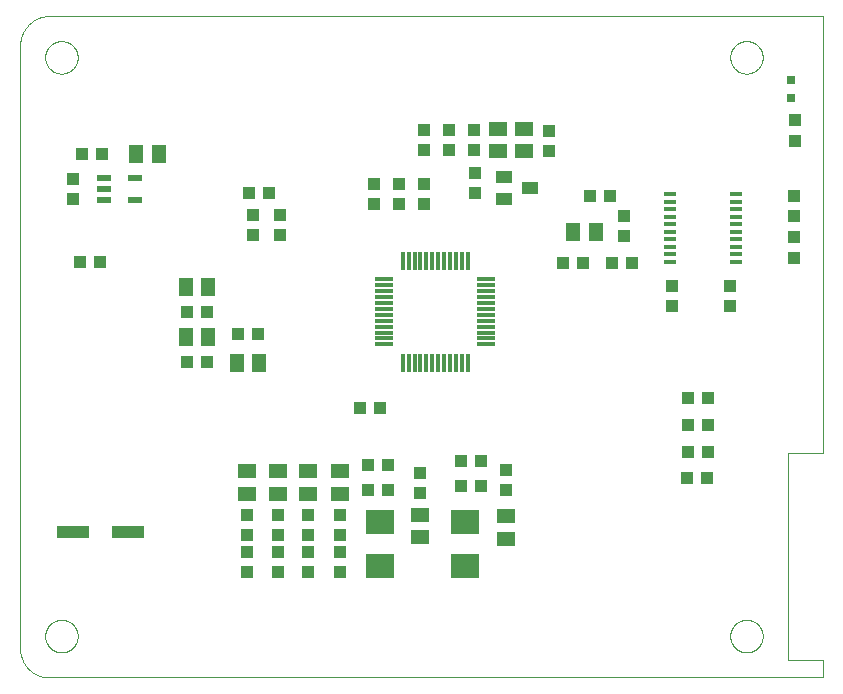
<source format=gtp>
G75*
%MOIN*%
%OFA0B0*%
%FSLAX25Y25*%
%IPPOS*%
%LPD*%
%AMOC8*
5,1,8,0,0,1.08239X$1,22.5*
%
%ADD10C,0.00000*%
%ADD11R,0.05118X0.05906*%
%ADD12R,0.04331X0.03937*%
%ADD13R,0.03937X0.04331*%
%ADD14R,0.05906X0.05118*%
%ADD15R,0.01181X0.06299*%
%ADD16R,0.06299X0.01181*%
%ADD17R,0.05906X0.01378*%
%ADD18R,0.03150X0.03150*%
%ADD19R,0.05512X0.03937*%
%ADD20R,0.05000X0.02200*%
%ADD21R,0.09449X0.07874*%
%ADD22R,0.11024X0.03937*%
%ADD23R,0.03900X0.01200*%
D10*
X0008586Y0012587D02*
X0008586Y0213768D01*
X0008589Y0214006D01*
X0008597Y0214244D01*
X0008612Y0214481D01*
X0008632Y0214718D01*
X0008658Y0214954D01*
X0008689Y0215190D01*
X0008726Y0215425D01*
X0008769Y0215659D01*
X0008818Y0215892D01*
X0008872Y0216124D01*
X0008932Y0216354D01*
X0008997Y0216583D01*
X0009068Y0216810D01*
X0009144Y0217035D01*
X0009226Y0217258D01*
X0009313Y0217480D01*
X0009405Y0217699D01*
X0009503Y0217916D01*
X0009605Y0218130D01*
X0009713Y0218342D01*
X0009827Y0218552D01*
X0009945Y0218758D01*
X0010068Y0218962D01*
X0010196Y0219162D01*
X0010328Y0219359D01*
X0010466Y0219554D01*
X0010608Y0219744D01*
X0010755Y0219932D01*
X0010906Y0220115D01*
X0011061Y0220295D01*
X0011221Y0220471D01*
X0011385Y0220643D01*
X0011554Y0220812D01*
X0011726Y0220976D01*
X0011902Y0221136D01*
X0012082Y0221291D01*
X0012265Y0221442D01*
X0012453Y0221589D01*
X0012643Y0221731D01*
X0012838Y0221869D01*
X0013035Y0222001D01*
X0013235Y0222129D01*
X0013439Y0222252D01*
X0013645Y0222370D01*
X0013855Y0222484D01*
X0014067Y0222592D01*
X0014281Y0222694D01*
X0014498Y0222792D01*
X0014717Y0222884D01*
X0014939Y0222971D01*
X0015162Y0223053D01*
X0015387Y0223129D01*
X0015614Y0223200D01*
X0015843Y0223265D01*
X0016073Y0223325D01*
X0016305Y0223379D01*
X0016538Y0223428D01*
X0016772Y0223471D01*
X0017007Y0223508D01*
X0017243Y0223539D01*
X0017479Y0223565D01*
X0017716Y0223585D01*
X0017953Y0223600D01*
X0018191Y0223608D01*
X0018429Y0223611D01*
X0276303Y0223611D01*
X0276303Y0077942D01*
X0264492Y0077942D01*
X0264492Y0009044D01*
X0276303Y0009044D01*
X0276303Y0003138D01*
X0018429Y0003138D01*
X0018192Y0003136D01*
X0017955Y0003140D01*
X0017719Y0003150D01*
X0017482Y0003165D01*
X0017247Y0003186D01*
X0017011Y0003214D01*
X0016777Y0003246D01*
X0016543Y0003285D01*
X0016311Y0003329D01*
X0016079Y0003379D01*
X0015849Y0003435D01*
X0015620Y0003496D01*
X0015393Y0003563D01*
X0015168Y0003636D01*
X0014944Y0003714D01*
X0014723Y0003797D01*
X0014503Y0003886D01*
X0014286Y0003980D01*
X0014071Y0004079D01*
X0013859Y0004184D01*
X0013649Y0004294D01*
X0013442Y0004409D01*
X0013238Y0004529D01*
X0013037Y0004654D01*
X0012839Y0004784D01*
X0012644Y0004919D01*
X0012453Y0005059D01*
X0012265Y0005203D01*
X0012081Y0005351D01*
X0011900Y0005505D01*
X0011723Y0005662D01*
X0011550Y0005824D01*
X0011382Y0005990D01*
X0011217Y0006160D01*
X0011057Y0006334D01*
X0010900Y0006512D01*
X0010749Y0006694D01*
X0010602Y0006880D01*
X0010459Y0007069D01*
X0010321Y0007261D01*
X0010188Y0007457D01*
X0010060Y0007656D01*
X0009936Y0007858D01*
X0009818Y0008063D01*
X0009704Y0008271D01*
X0009596Y0008482D01*
X0009493Y0008695D01*
X0009396Y0008911D01*
X0009303Y0009129D01*
X0009216Y0009349D01*
X0009135Y0009571D01*
X0009059Y0009796D01*
X0008988Y0010022D01*
X0008923Y0010249D01*
X0008864Y0010478D01*
X0008810Y0010709D01*
X0008762Y0010941D01*
X0008719Y0011174D01*
X0008683Y0011408D01*
X0008652Y0011643D01*
X0008627Y0011878D01*
X0008607Y0012114D01*
X0008594Y0012350D01*
X0008586Y0012587D01*
X0016953Y0016918D02*
X0016955Y0017065D01*
X0016961Y0017211D01*
X0016971Y0017357D01*
X0016985Y0017503D01*
X0017003Y0017649D01*
X0017024Y0017794D01*
X0017050Y0017938D01*
X0017080Y0018082D01*
X0017113Y0018224D01*
X0017150Y0018366D01*
X0017191Y0018507D01*
X0017236Y0018646D01*
X0017285Y0018785D01*
X0017337Y0018922D01*
X0017394Y0019057D01*
X0017453Y0019191D01*
X0017517Y0019323D01*
X0017584Y0019453D01*
X0017654Y0019582D01*
X0017728Y0019709D01*
X0017805Y0019833D01*
X0017886Y0019956D01*
X0017970Y0020076D01*
X0018057Y0020194D01*
X0018147Y0020309D01*
X0018240Y0020422D01*
X0018337Y0020533D01*
X0018436Y0020641D01*
X0018538Y0020746D01*
X0018643Y0020848D01*
X0018751Y0020947D01*
X0018862Y0021044D01*
X0018975Y0021137D01*
X0019090Y0021227D01*
X0019208Y0021314D01*
X0019328Y0021398D01*
X0019451Y0021479D01*
X0019575Y0021556D01*
X0019702Y0021630D01*
X0019831Y0021700D01*
X0019961Y0021767D01*
X0020093Y0021831D01*
X0020227Y0021890D01*
X0020362Y0021947D01*
X0020499Y0021999D01*
X0020638Y0022048D01*
X0020777Y0022093D01*
X0020918Y0022134D01*
X0021060Y0022171D01*
X0021202Y0022204D01*
X0021346Y0022234D01*
X0021490Y0022260D01*
X0021635Y0022281D01*
X0021781Y0022299D01*
X0021927Y0022313D01*
X0022073Y0022323D01*
X0022219Y0022329D01*
X0022366Y0022331D01*
X0022513Y0022329D01*
X0022659Y0022323D01*
X0022805Y0022313D01*
X0022951Y0022299D01*
X0023097Y0022281D01*
X0023242Y0022260D01*
X0023386Y0022234D01*
X0023530Y0022204D01*
X0023672Y0022171D01*
X0023814Y0022134D01*
X0023955Y0022093D01*
X0024094Y0022048D01*
X0024233Y0021999D01*
X0024370Y0021947D01*
X0024505Y0021890D01*
X0024639Y0021831D01*
X0024771Y0021767D01*
X0024901Y0021700D01*
X0025030Y0021630D01*
X0025157Y0021556D01*
X0025281Y0021479D01*
X0025404Y0021398D01*
X0025524Y0021314D01*
X0025642Y0021227D01*
X0025757Y0021137D01*
X0025870Y0021044D01*
X0025981Y0020947D01*
X0026089Y0020848D01*
X0026194Y0020746D01*
X0026296Y0020641D01*
X0026395Y0020533D01*
X0026492Y0020422D01*
X0026585Y0020309D01*
X0026675Y0020194D01*
X0026762Y0020076D01*
X0026846Y0019956D01*
X0026927Y0019833D01*
X0027004Y0019709D01*
X0027078Y0019582D01*
X0027148Y0019453D01*
X0027215Y0019323D01*
X0027279Y0019191D01*
X0027338Y0019057D01*
X0027395Y0018922D01*
X0027447Y0018785D01*
X0027496Y0018646D01*
X0027541Y0018507D01*
X0027582Y0018366D01*
X0027619Y0018224D01*
X0027652Y0018082D01*
X0027682Y0017938D01*
X0027708Y0017794D01*
X0027729Y0017649D01*
X0027747Y0017503D01*
X0027761Y0017357D01*
X0027771Y0017211D01*
X0027777Y0017065D01*
X0027779Y0016918D01*
X0027777Y0016771D01*
X0027771Y0016625D01*
X0027761Y0016479D01*
X0027747Y0016333D01*
X0027729Y0016187D01*
X0027708Y0016042D01*
X0027682Y0015898D01*
X0027652Y0015754D01*
X0027619Y0015612D01*
X0027582Y0015470D01*
X0027541Y0015329D01*
X0027496Y0015190D01*
X0027447Y0015051D01*
X0027395Y0014914D01*
X0027338Y0014779D01*
X0027279Y0014645D01*
X0027215Y0014513D01*
X0027148Y0014383D01*
X0027078Y0014254D01*
X0027004Y0014127D01*
X0026927Y0014003D01*
X0026846Y0013880D01*
X0026762Y0013760D01*
X0026675Y0013642D01*
X0026585Y0013527D01*
X0026492Y0013414D01*
X0026395Y0013303D01*
X0026296Y0013195D01*
X0026194Y0013090D01*
X0026089Y0012988D01*
X0025981Y0012889D01*
X0025870Y0012792D01*
X0025757Y0012699D01*
X0025642Y0012609D01*
X0025524Y0012522D01*
X0025404Y0012438D01*
X0025281Y0012357D01*
X0025157Y0012280D01*
X0025030Y0012206D01*
X0024901Y0012136D01*
X0024771Y0012069D01*
X0024639Y0012005D01*
X0024505Y0011946D01*
X0024370Y0011889D01*
X0024233Y0011837D01*
X0024094Y0011788D01*
X0023955Y0011743D01*
X0023814Y0011702D01*
X0023672Y0011665D01*
X0023530Y0011632D01*
X0023386Y0011602D01*
X0023242Y0011576D01*
X0023097Y0011555D01*
X0022951Y0011537D01*
X0022805Y0011523D01*
X0022659Y0011513D01*
X0022513Y0011507D01*
X0022366Y0011505D01*
X0022219Y0011507D01*
X0022073Y0011513D01*
X0021927Y0011523D01*
X0021781Y0011537D01*
X0021635Y0011555D01*
X0021490Y0011576D01*
X0021346Y0011602D01*
X0021202Y0011632D01*
X0021060Y0011665D01*
X0020918Y0011702D01*
X0020777Y0011743D01*
X0020638Y0011788D01*
X0020499Y0011837D01*
X0020362Y0011889D01*
X0020227Y0011946D01*
X0020093Y0012005D01*
X0019961Y0012069D01*
X0019831Y0012136D01*
X0019702Y0012206D01*
X0019575Y0012280D01*
X0019451Y0012357D01*
X0019328Y0012438D01*
X0019208Y0012522D01*
X0019090Y0012609D01*
X0018975Y0012699D01*
X0018862Y0012792D01*
X0018751Y0012889D01*
X0018643Y0012988D01*
X0018538Y0013090D01*
X0018436Y0013195D01*
X0018337Y0013303D01*
X0018240Y0013414D01*
X0018147Y0013527D01*
X0018057Y0013642D01*
X0017970Y0013760D01*
X0017886Y0013880D01*
X0017805Y0014003D01*
X0017728Y0014127D01*
X0017654Y0014254D01*
X0017584Y0014383D01*
X0017517Y0014513D01*
X0017453Y0014645D01*
X0017394Y0014779D01*
X0017337Y0014914D01*
X0017285Y0015051D01*
X0017236Y0015190D01*
X0017191Y0015329D01*
X0017150Y0015470D01*
X0017113Y0015612D01*
X0017080Y0015754D01*
X0017050Y0015898D01*
X0017024Y0016042D01*
X0017003Y0016187D01*
X0016985Y0016333D01*
X0016971Y0016479D01*
X0016961Y0016625D01*
X0016955Y0016771D01*
X0016953Y0016918D01*
X0245299Y0016918D02*
X0245301Y0017065D01*
X0245307Y0017211D01*
X0245317Y0017357D01*
X0245331Y0017503D01*
X0245349Y0017649D01*
X0245370Y0017794D01*
X0245396Y0017938D01*
X0245426Y0018082D01*
X0245459Y0018224D01*
X0245496Y0018366D01*
X0245537Y0018507D01*
X0245582Y0018646D01*
X0245631Y0018785D01*
X0245683Y0018922D01*
X0245740Y0019057D01*
X0245799Y0019191D01*
X0245863Y0019323D01*
X0245930Y0019453D01*
X0246000Y0019582D01*
X0246074Y0019709D01*
X0246151Y0019833D01*
X0246232Y0019956D01*
X0246316Y0020076D01*
X0246403Y0020194D01*
X0246493Y0020309D01*
X0246586Y0020422D01*
X0246683Y0020533D01*
X0246782Y0020641D01*
X0246884Y0020746D01*
X0246989Y0020848D01*
X0247097Y0020947D01*
X0247208Y0021044D01*
X0247321Y0021137D01*
X0247436Y0021227D01*
X0247554Y0021314D01*
X0247674Y0021398D01*
X0247797Y0021479D01*
X0247921Y0021556D01*
X0248048Y0021630D01*
X0248177Y0021700D01*
X0248307Y0021767D01*
X0248439Y0021831D01*
X0248573Y0021890D01*
X0248708Y0021947D01*
X0248845Y0021999D01*
X0248984Y0022048D01*
X0249123Y0022093D01*
X0249264Y0022134D01*
X0249406Y0022171D01*
X0249548Y0022204D01*
X0249692Y0022234D01*
X0249836Y0022260D01*
X0249981Y0022281D01*
X0250127Y0022299D01*
X0250273Y0022313D01*
X0250419Y0022323D01*
X0250565Y0022329D01*
X0250712Y0022331D01*
X0250859Y0022329D01*
X0251005Y0022323D01*
X0251151Y0022313D01*
X0251297Y0022299D01*
X0251443Y0022281D01*
X0251588Y0022260D01*
X0251732Y0022234D01*
X0251876Y0022204D01*
X0252018Y0022171D01*
X0252160Y0022134D01*
X0252301Y0022093D01*
X0252440Y0022048D01*
X0252579Y0021999D01*
X0252716Y0021947D01*
X0252851Y0021890D01*
X0252985Y0021831D01*
X0253117Y0021767D01*
X0253247Y0021700D01*
X0253376Y0021630D01*
X0253503Y0021556D01*
X0253627Y0021479D01*
X0253750Y0021398D01*
X0253870Y0021314D01*
X0253988Y0021227D01*
X0254103Y0021137D01*
X0254216Y0021044D01*
X0254327Y0020947D01*
X0254435Y0020848D01*
X0254540Y0020746D01*
X0254642Y0020641D01*
X0254741Y0020533D01*
X0254838Y0020422D01*
X0254931Y0020309D01*
X0255021Y0020194D01*
X0255108Y0020076D01*
X0255192Y0019956D01*
X0255273Y0019833D01*
X0255350Y0019709D01*
X0255424Y0019582D01*
X0255494Y0019453D01*
X0255561Y0019323D01*
X0255625Y0019191D01*
X0255684Y0019057D01*
X0255741Y0018922D01*
X0255793Y0018785D01*
X0255842Y0018646D01*
X0255887Y0018507D01*
X0255928Y0018366D01*
X0255965Y0018224D01*
X0255998Y0018082D01*
X0256028Y0017938D01*
X0256054Y0017794D01*
X0256075Y0017649D01*
X0256093Y0017503D01*
X0256107Y0017357D01*
X0256117Y0017211D01*
X0256123Y0017065D01*
X0256125Y0016918D01*
X0256123Y0016771D01*
X0256117Y0016625D01*
X0256107Y0016479D01*
X0256093Y0016333D01*
X0256075Y0016187D01*
X0256054Y0016042D01*
X0256028Y0015898D01*
X0255998Y0015754D01*
X0255965Y0015612D01*
X0255928Y0015470D01*
X0255887Y0015329D01*
X0255842Y0015190D01*
X0255793Y0015051D01*
X0255741Y0014914D01*
X0255684Y0014779D01*
X0255625Y0014645D01*
X0255561Y0014513D01*
X0255494Y0014383D01*
X0255424Y0014254D01*
X0255350Y0014127D01*
X0255273Y0014003D01*
X0255192Y0013880D01*
X0255108Y0013760D01*
X0255021Y0013642D01*
X0254931Y0013527D01*
X0254838Y0013414D01*
X0254741Y0013303D01*
X0254642Y0013195D01*
X0254540Y0013090D01*
X0254435Y0012988D01*
X0254327Y0012889D01*
X0254216Y0012792D01*
X0254103Y0012699D01*
X0253988Y0012609D01*
X0253870Y0012522D01*
X0253750Y0012438D01*
X0253627Y0012357D01*
X0253503Y0012280D01*
X0253376Y0012206D01*
X0253247Y0012136D01*
X0253117Y0012069D01*
X0252985Y0012005D01*
X0252851Y0011946D01*
X0252716Y0011889D01*
X0252579Y0011837D01*
X0252440Y0011788D01*
X0252301Y0011743D01*
X0252160Y0011702D01*
X0252018Y0011665D01*
X0251876Y0011632D01*
X0251732Y0011602D01*
X0251588Y0011576D01*
X0251443Y0011555D01*
X0251297Y0011537D01*
X0251151Y0011523D01*
X0251005Y0011513D01*
X0250859Y0011507D01*
X0250712Y0011505D01*
X0250565Y0011507D01*
X0250419Y0011513D01*
X0250273Y0011523D01*
X0250127Y0011537D01*
X0249981Y0011555D01*
X0249836Y0011576D01*
X0249692Y0011602D01*
X0249548Y0011632D01*
X0249406Y0011665D01*
X0249264Y0011702D01*
X0249123Y0011743D01*
X0248984Y0011788D01*
X0248845Y0011837D01*
X0248708Y0011889D01*
X0248573Y0011946D01*
X0248439Y0012005D01*
X0248307Y0012069D01*
X0248177Y0012136D01*
X0248048Y0012206D01*
X0247921Y0012280D01*
X0247797Y0012357D01*
X0247674Y0012438D01*
X0247554Y0012522D01*
X0247436Y0012609D01*
X0247321Y0012699D01*
X0247208Y0012792D01*
X0247097Y0012889D01*
X0246989Y0012988D01*
X0246884Y0013090D01*
X0246782Y0013195D01*
X0246683Y0013303D01*
X0246586Y0013414D01*
X0246493Y0013527D01*
X0246403Y0013642D01*
X0246316Y0013760D01*
X0246232Y0013880D01*
X0246151Y0014003D01*
X0246074Y0014127D01*
X0246000Y0014254D01*
X0245930Y0014383D01*
X0245863Y0014513D01*
X0245799Y0014645D01*
X0245740Y0014779D01*
X0245683Y0014914D01*
X0245631Y0015051D01*
X0245582Y0015190D01*
X0245537Y0015329D01*
X0245496Y0015470D01*
X0245459Y0015612D01*
X0245426Y0015754D01*
X0245396Y0015898D01*
X0245370Y0016042D01*
X0245349Y0016187D01*
X0245331Y0016333D01*
X0245317Y0016479D01*
X0245307Y0016625D01*
X0245301Y0016771D01*
X0245299Y0016918D01*
X0245299Y0209831D02*
X0245301Y0209978D01*
X0245307Y0210124D01*
X0245317Y0210270D01*
X0245331Y0210416D01*
X0245349Y0210562D01*
X0245370Y0210707D01*
X0245396Y0210851D01*
X0245426Y0210995D01*
X0245459Y0211137D01*
X0245496Y0211279D01*
X0245537Y0211420D01*
X0245582Y0211559D01*
X0245631Y0211698D01*
X0245683Y0211835D01*
X0245740Y0211970D01*
X0245799Y0212104D01*
X0245863Y0212236D01*
X0245930Y0212366D01*
X0246000Y0212495D01*
X0246074Y0212622D01*
X0246151Y0212746D01*
X0246232Y0212869D01*
X0246316Y0212989D01*
X0246403Y0213107D01*
X0246493Y0213222D01*
X0246586Y0213335D01*
X0246683Y0213446D01*
X0246782Y0213554D01*
X0246884Y0213659D01*
X0246989Y0213761D01*
X0247097Y0213860D01*
X0247208Y0213957D01*
X0247321Y0214050D01*
X0247436Y0214140D01*
X0247554Y0214227D01*
X0247674Y0214311D01*
X0247797Y0214392D01*
X0247921Y0214469D01*
X0248048Y0214543D01*
X0248177Y0214613D01*
X0248307Y0214680D01*
X0248439Y0214744D01*
X0248573Y0214803D01*
X0248708Y0214860D01*
X0248845Y0214912D01*
X0248984Y0214961D01*
X0249123Y0215006D01*
X0249264Y0215047D01*
X0249406Y0215084D01*
X0249548Y0215117D01*
X0249692Y0215147D01*
X0249836Y0215173D01*
X0249981Y0215194D01*
X0250127Y0215212D01*
X0250273Y0215226D01*
X0250419Y0215236D01*
X0250565Y0215242D01*
X0250712Y0215244D01*
X0250859Y0215242D01*
X0251005Y0215236D01*
X0251151Y0215226D01*
X0251297Y0215212D01*
X0251443Y0215194D01*
X0251588Y0215173D01*
X0251732Y0215147D01*
X0251876Y0215117D01*
X0252018Y0215084D01*
X0252160Y0215047D01*
X0252301Y0215006D01*
X0252440Y0214961D01*
X0252579Y0214912D01*
X0252716Y0214860D01*
X0252851Y0214803D01*
X0252985Y0214744D01*
X0253117Y0214680D01*
X0253247Y0214613D01*
X0253376Y0214543D01*
X0253503Y0214469D01*
X0253627Y0214392D01*
X0253750Y0214311D01*
X0253870Y0214227D01*
X0253988Y0214140D01*
X0254103Y0214050D01*
X0254216Y0213957D01*
X0254327Y0213860D01*
X0254435Y0213761D01*
X0254540Y0213659D01*
X0254642Y0213554D01*
X0254741Y0213446D01*
X0254838Y0213335D01*
X0254931Y0213222D01*
X0255021Y0213107D01*
X0255108Y0212989D01*
X0255192Y0212869D01*
X0255273Y0212746D01*
X0255350Y0212622D01*
X0255424Y0212495D01*
X0255494Y0212366D01*
X0255561Y0212236D01*
X0255625Y0212104D01*
X0255684Y0211970D01*
X0255741Y0211835D01*
X0255793Y0211698D01*
X0255842Y0211559D01*
X0255887Y0211420D01*
X0255928Y0211279D01*
X0255965Y0211137D01*
X0255998Y0210995D01*
X0256028Y0210851D01*
X0256054Y0210707D01*
X0256075Y0210562D01*
X0256093Y0210416D01*
X0256107Y0210270D01*
X0256117Y0210124D01*
X0256123Y0209978D01*
X0256125Y0209831D01*
X0256123Y0209684D01*
X0256117Y0209538D01*
X0256107Y0209392D01*
X0256093Y0209246D01*
X0256075Y0209100D01*
X0256054Y0208955D01*
X0256028Y0208811D01*
X0255998Y0208667D01*
X0255965Y0208525D01*
X0255928Y0208383D01*
X0255887Y0208242D01*
X0255842Y0208103D01*
X0255793Y0207964D01*
X0255741Y0207827D01*
X0255684Y0207692D01*
X0255625Y0207558D01*
X0255561Y0207426D01*
X0255494Y0207296D01*
X0255424Y0207167D01*
X0255350Y0207040D01*
X0255273Y0206916D01*
X0255192Y0206793D01*
X0255108Y0206673D01*
X0255021Y0206555D01*
X0254931Y0206440D01*
X0254838Y0206327D01*
X0254741Y0206216D01*
X0254642Y0206108D01*
X0254540Y0206003D01*
X0254435Y0205901D01*
X0254327Y0205802D01*
X0254216Y0205705D01*
X0254103Y0205612D01*
X0253988Y0205522D01*
X0253870Y0205435D01*
X0253750Y0205351D01*
X0253627Y0205270D01*
X0253503Y0205193D01*
X0253376Y0205119D01*
X0253247Y0205049D01*
X0253117Y0204982D01*
X0252985Y0204918D01*
X0252851Y0204859D01*
X0252716Y0204802D01*
X0252579Y0204750D01*
X0252440Y0204701D01*
X0252301Y0204656D01*
X0252160Y0204615D01*
X0252018Y0204578D01*
X0251876Y0204545D01*
X0251732Y0204515D01*
X0251588Y0204489D01*
X0251443Y0204468D01*
X0251297Y0204450D01*
X0251151Y0204436D01*
X0251005Y0204426D01*
X0250859Y0204420D01*
X0250712Y0204418D01*
X0250565Y0204420D01*
X0250419Y0204426D01*
X0250273Y0204436D01*
X0250127Y0204450D01*
X0249981Y0204468D01*
X0249836Y0204489D01*
X0249692Y0204515D01*
X0249548Y0204545D01*
X0249406Y0204578D01*
X0249264Y0204615D01*
X0249123Y0204656D01*
X0248984Y0204701D01*
X0248845Y0204750D01*
X0248708Y0204802D01*
X0248573Y0204859D01*
X0248439Y0204918D01*
X0248307Y0204982D01*
X0248177Y0205049D01*
X0248048Y0205119D01*
X0247921Y0205193D01*
X0247797Y0205270D01*
X0247674Y0205351D01*
X0247554Y0205435D01*
X0247436Y0205522D01*
X0247321Y0205612D01*
X0247208Y0205705D01*
X0247097Y0205802D01*
X0246989Y0205901D01*
X0246884Y0206003D01*
X0246782Y0206108D01*
X0246683Y0206216D01*
X0246586Y0206327D01*
X0246493Y0206440D01*
X0246403Y0206555D01*
X0246316Y0206673D01*
X0246232Y0206793D01*
X0246151Y0206916D01*
X0246074Y0207040D01*
X0246000Y0207167D01*
X0245930Y0207296D01*
X0245863Y0207426D01*
X0245799Y0207558D01*
X0245740Y0207692D01*
X0245683Y0207827D01*
X0245631Y0207964D01*
X0245582Y0208103D01*
X0245537Y0208242D01*
X0245496Y0208383D01*
X0245459Y0208525D01*
X0245426Y0208667D01*
X0245396Y0208811D01*
X0245370Y0208955D01*
X0245349Y0209100D01*
X0245331Y0209246D01*
X0245317Y0209392D01*
X0245307Y0209538D01*
X0245301Y0209684D01*
X0245299Y0209831D01*
X0016953Y0209831D02*
X0016955Y0209978D01*
X0016961Y0210124D01*
X0016971Y0210270D01*
X0016985Y0210416D01*
X0017003Y0210562D01*
X0017024Y0210707D01*
X0017050Y0210851D01*
X0017080Y0210995D01*
X0017113Y0211137D01*
X0017150Y0211279D01*
X0017191Y0211420D01*
X0017236Y0211559D01*
X0017285Y0211698D01*
X0017337Y0211835D01*
X0017394Y0211970D01*
X0017453Y0212104D01*
X0017517Y0212236D01*
X0017584Y0212366D01*
X0017654Y0212495D01*
X0017728Y0212622D01*
X0017805Y0212746D01*
X0017886Y0212869D01*
X0017970Y0212989D01*
X0018057Y0213107D01*
X0018147Y0213222D01*
X0018240Y0213335D01*
X0018337Y0213446D01*
X0018436Y0213554D01*
X0018538Y0213659D01*
X0018643Y0213761D01*
X0018751Y0213860D01*
X0018862Y0213957D01*
X0018975Y0214050D01*
X0019090Y0214140D01*
X0019208Y0214227D01*
X0019328Y0214311D01*
X0019451Y0214392D01*
X0019575Y0214469D01*
X0019702Y0214543D01*
X0019831Y0214613D01*
X0019961Y0214680D01*
X0020093Y0214744D01*
X0020227Y0214803D01*
X0020362Y0214860D01*
X0020499Y0214912D01*
X0020638Y0214961D01*
X0020777Y0215006D01*
X0020918Y0215047D01*
X0021060Y0215084D01*
X0021202Y0215117D01*
X0021346Y0215147D01*
X0021490Y0215173D01*
X0021635Y0215194D01*
X0021781Y0215212D01*
X0021927Y0215226D01*
X0022073Y0215236D01*
X0022219Y0215242D01*
X0022366Y0215244D01*
X0022513Y0215242D01*
X0022659Y0215236D01*
X0022805Y0215226D01*
X0022951Y0215212D01*
X0023097Y0215194D01*
X0023242Y0215173D01*
X0023386Y0215147D01*
X0023530Y0215117D01*
X0023672Y0215084D01*
X0023814Y0215047D01*
X0023955Y0215006D01*
X0024094Y0214961D01*
X0024233Y0214912D01*
X0024370Y0214860D01*
X0024505Y0214803D01*
X0024639Y0214744D01*
X0024771Y0214680D01*
X0024901Y0214613D01*
X0025030Y0214543D01*
X0025157Y0214469D01*
X0025281Y0214392D01*
X0025404Y0214311D01*
X0025524Y0214227D01*
X0025642Y0214140D01*
X0025757Y0214050D01*
X0025870Y0213957D01*
X0025981Y0213860D01*
X0026089Y0213761D01*
X0026194Y0213659D01*
X0026296Y0213554D01*
X0026395Y0213446D01*
X0026492Y0213335D01*
X0026585Y0213222D01*
X0026675Y0213107D01*
X0026762Y0212989D01*
X0026846Y0212869D01*
X0026927Y0212746D01*
X0027004Y0212622D01*
X0027078Y0212495D01*
X0027148Y0212366D01*
X0027215Y0212236D01*
X0027279Y0212104D01*
X0027338Y0211970D01*
X0027395Y0211835D01*
X0027447Y0211698D01*
X0027496Y0211559D01*
X0027541Y0211420D01*
X0027582Y0211279D01*
X0027619Y0211137D01*
X0027652Y0210995D01*
X0027682Y0210851D01*
X0027708Y0210707D01*
X0027729Y0210562D01*
X0027747Y0210416D01*
X0027761Y0210270D01*
X0027771Y0210124D01*
X0027777Y0209978D01*
X0027779Y0209831D01*
X0027777Y0209684D01*
X0027771Y0209538D01*
X0027761Y0209392D01*
X0027747Y0209246D01*
X0027729Y0209100D01*
X0027708Y0208955D01*
X0027682Y0208811D01*
X0027652Y0208667D01*
X0027619Y0208525D01*
X0027582Y0208383D01*
X0027541Y0208242D01*
X0027496Y0208103D01*
X0027447Y0207964D01*
X0027395Y0207827D01*
X0027338Y0207692D01*
X0027279Y0207558D01*
X0027215Y0207426D01*
X0027148Y0207296D01*
X0027078Y0207167D01*
X0027004Y0207040D01*
X0026927Y0206916D01*
X0026846Y0206793D01*
X0026762Y0206673D01*
X0026675Y0206555D01*
X0026585Y0206440D01*
X0026492Y0206327D01*
X0026395Y0206216D01*
X0026296Y0206108D01*
X0026194Y0206003D01*
X0026089Y0205901D01*
X0025981Y0205802D01*
X0025870Y0205705D01*
X0025757Y0205612D01*
X0025642Y0205522D01*
X0025524Y0205435D01*
X0025404Y0205351D01*
X0025281Y0205270D01*
X0025157Y0205193D01*
X0025030Y0205119D01*
X0024901Y0205049D01*
X0024771Y0204982D01*
X0024639Y0204918D01*
X0024505Y0204859D01*
X0024370Y0204802D01*
X0024233Y0204750D01*
X0024094Y0204701D01*
X0023955Y0204656D01*
X0023814Y0204615D01*
X0023672Y0204578D01*
X0023530Y0204545D01*
X0023386Y0204515D01*
X0023242Y0204489D01*
X0023097Y0204468D01*
X0022951Y0204450D01*
X0022805Y0204436D01*
X0022659Y0204426D01*
X0022513Y0204420D01*
X0022366Y0204418D01*
X0022219Y0204420D01*
X0022073Y0204426D01*
X0021927Y0204436D01*
X0021781Y0204450D01*
X0021635Y0204468D01*
X0021490Y0204489D01*
X0021346Y0204515D01*
X0021202Y0204545D01*
X0021060Y0204578D01*
X0020918Y0204615D01*
X0020777Y0204656D01*
X0020638Y0204701D01*
X0020499Y0204750D01*
X0020362Y0204802D01*
X0020227Y0204859D01*
X0020093Y0204918D01*
X0019961Y0204982D01*
X0019831Y0205049D01*
X0019702Y0205119D01*
X0019575Y0205193D01*
X0019451Y0205270D01*
X0019328Y0205351D01*
X0019208Y0205435D01*
X0019090Y0205522D01*
X0018975Y0205612D01*
X0018862Y0205705D01*
X0018751Y0205802D01*
X0018643Y0205901D01*
X0018538Y0206003D01*
X0018436Y0206108D01*
X0018337Y0206216D01*
X0018240Y0206327D01*
X0018147Y0206440D01*
X0018057Y0206555D01*
X0017970Y0206673D01*
X0017886Y0206793D01*
X0017805Y0206916D01*
X0017728Y0207040D01*
X0017654Y0207167D01*
X0017584Y0207296D01*
X0017517Y0207426D01*
X0017453Y0207558D01*
X0017394Y0207692D01*
X0017337Y0207827D01*
X0017285Y0207964D01*
X0017236Y0208103D01*
X0017191Y0208242D01*
X0017150Y0208383D01*
X0017113Y0208525D01*
X0017080Y0208667D01*
X0017050Y0208811D01*
X0017024Y0208955D01*
X0017003Y0209100D01*
X0016985Y0209246D01*
X0016971Y0209392D01*
X0016961Y0209538D01*
X0016955Y0209684D01*
X0016953Y0209831D01*
D11*
X0047366Y0177548D03*
X0054846Y0177548D03*
X0063901Y0133453D03*
X0071382Y0133453D03*
X0071382Y0116524D03*
X0063901Y0116524D03*
X0080830Y0107863D03*
X0088311Y0107863D03*
X0193035Y0151564D03*
X0200515Y0151564D03*
D12*
X0196185Y0141327D03*
X0189492Y0141327D03*
X0206027Y0141327D03*
X0212720Y0141327D03*
X0225909Y0133650D03*
X0225909Y0126957D03*
X0231224Y0096446D03*
X0237917Y0096446D03*
X0237523Y0069674D03*
X0230830Y0069674D03*
X0170397Y0072233D03*
X0170397Y0065540D03*
X0162326Y0075186D03*
X0155634Y0075186D03*
X0142051Y0071446D03*
X0142051Y0064753D03*
X0131224Y0065737D03*
X0124531Y0065737D03*
X0115279Y0057272D03*
X0115279Y0050579D03*
X0104649Y0050579D03*
X0104649Y0057272D03*
X0094413Y0057272D03*
X0094413Y0050579D03*
X0084177Y0050579D03*
X0084177Y0057272D03*
X0070988Y0108257D03*
X0064295Y0108257D03*
X0081224Y0117705D03*
X0087917Y0117705D03*
X0070988Y0124792D03*
X0064295Y0124792D03*
X0026145Y0162587D03*
X0026145Y0169280D03*
X0029256Y0177548D03*
X0035948Y0177548D03*
X0143232Y0178926D03*
X0143232Y0185619D03*
X0151500Y0185619D03*
X0151500Y0178926D03*
X0160161Y0171446D03*
X0160161Y0164753D03*
X0143232Y0167509D03*
X0143232Y0160816D03*
X0267011Y0182115D03*
X0267011Y0188808D03*
D13*
X0266460Y0163572D03*
X0266460Y0156879D03*
X0266460Y0149792D03*
X0266460Y0143099D03*
X0245200Y0133650D03*
X0245200Y0126957D03*
X0209767Y0150186D03*
X0209767Y0156879D03*
X0205240Y0163768D03*
X0198547Y0163768D03*
X0184964Y0178532D03*
X0184964Y0185225D03*
X0159767Y0185619D03*
X0159767Y0178926D03*
X0134964Y0167509D03*
X0134964Y0160816D03*
X0126697Y0160816D03*
X0126697Y0167509D03*
X0095200Y0157272D03*
X0095200Y0150579D03*
X0086145Y0150579D03*
X0086145Y0157272D03*
X0084767Y0164556D03*
X0091460Y0164556D03*
X0035161Y0141721D03*
X0028468Y0141721D03*
X0121736Y0093060D03*
X0128429Y0093060D03*
X0131224Y0074005D03*
X0124531Y0074005D03*
X0155634Y0066918D03*
X0162326Y0066918D03*
X0115279Y0045068D03*
X0115279Y0038375D03*
X0104649Y0038375D03*
X0104649Y0045068D03*
X0094413Y0045068D03*
X0094413Y0038375D03*
X0084177Y0038375D03*
X0084177Y0045068D03*
X0231224Y0078335D03*
X0237917Y0078335D03*
X0237917Y0087390D03*
X0231224Y0087390D03*
D14*
X0170397Y0056879D03*
X0170397Y0049398D03*
X0142051Y0049792D03*
X0142051Y0057272D03*
X0115279Y0064359D03*
X0115279Y0071839D03*
X0104649Y0071839D03*
X0104649Y0064359D03*
X0094413Y0064359D03*
X0094413Y0071839D03*
X0084177Y0071839D03*
X0084177Y0064359D03*
X0168035Y0178532D03*
X0168035Y0186012D03*
X0176697Y0186012D03*
X0176697Y0178532D03*
D15*
X0157799Y0141918D03*
X0155830Y0141918D03*
X0153862Y0141918D03*
X0151893Y0141918D03*
X0149925Y0141918D03*
X0147956Y0141918D03*
X0145988Y0141918D03*
X0144019Y0141918D03*
X0142051Y0141918D03*
X0140082Y0141918D03*
X0138114Y0141918D03*
X0136145Y0141918D03*
X0136145Y0108060D03*
X0138114Y0108060D03*
X0140082Y0108060D03*
X0142051Y0108060D03*
X0144019Y0108060D03*
X0145988Y0108060D03*
X0147956Y0108060D03*
X0149925Y0108060D03*
X0151893Y0108060D03*
X0153862Y0108060D03*
X0155830Y0108060D03*
X0157799Y0108060D03*
D16*
X0163901Y0114162D03*
X0163901Y0116131D03*
X0163901Y0118099D03*
X0163901Y0120068D03*
X0163901Y0122036D03*
X0163901Y0124005D03*
X0163901Y0125973D03*
X0163901Y0127942D03*
X0163901Y0129910D03*
X0163901Y0131879D03*
X0163901Y0133847D03*
X0163901Y0135816D03*
X0130043Y0135816D03*
X0130043Y0133847D03*
X0130043Y0131879D03*
X0130043Y0129910D03*
X0130043Y0125973D03*
X0130043Y0124005D03*
X0130043Y0122036D03*
X0130043Y0120068D03*
X0130043Y0118099D03*
X0130043Y0116131D03*
X0130043Y0114162D03*
D17*
X0130043Y0127942D03*
D18*
X0265673Y0196249D03*
X0265673Y0202154D03*
D19*
X0178586Y0166249D03*
X0169925Y0169989D03*
X0169925Y0162509D03*
D20*
X0046836Y0162273D03*
X0046836Y0169673D03*
X0036636Y0169673D03*
X0036636Y0165973D03*
X0036636Y0162273D03*
D21*
X0128665Y0055107D03*
X0128665Y0040146D03*
X0157011Y0040146D03*
X0157011Y0055107D03*
D22*
X0044610Y0051564D03*
X0026106Y0051564D03*
D23*
X0225288Y0141672D03*
X0225288Y0144172D03*
X0225288Y0146672D03*
X0225288Y0149172D03*
X0225288Y0151672D03*
X0225288Y0154172D03*
X0225288Y0156672D03*
X0225288Y0159172D03*
X0225288Y0161672D03*
X0225288Y0164172D03*
X0247082Y0164172D03*
X0247082Y0161672D03*
X0247082Y0159172D03*
X0247082Y0156672D03*
X0247082Y0154172D03*
X0247082Y0151672D03*
X0247082Y0149172D03*
X0247082Y0146672D03*
X0247082Y0144172D03*
X0247082Y0141672D03*
M02*

</source>
